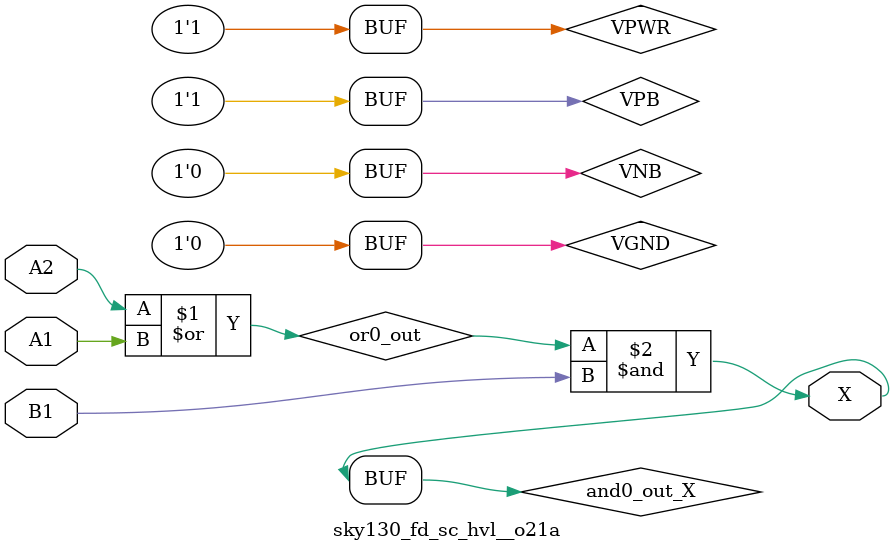
<source format=v>
/*
 * Copyright 2020 The SkyWater PDK Authors
 *
 * Licensed under the Apache License, Version 2.0 (the "License");
 * you may not use this file except in compliance with the License.
 * You may obtain a copy of the License at
 *
 *     https://www.apache.org/licenses/LICENSE-2.0
 *
 * Unless required by applicable law or agreed to in writing, software
 * distributed under the License is distributed on an "AS IS" BASIS,
 * WITHOUT WARRANTIES OR CONDITIONS OF ANY KIND, either express or implied.
 * See the License for the specific language governing permissions and
 * limitations under the License.
 *
 * SPDX-License-Identifier: Apache-2.0
*/


`ifndef SKY130_FD_SC_HVL__O21A_BEHAVIORAL_V
`define SKY130_FD_SC_HVL__O21A_BEHAVIORAL_V

/**
 * o21a: 2-input OR into first input of 2-input AND.
 *
 *       X = ((A1 | A2) & B1)
 *
 * Verilog simulation functional model.
 */

`timescale 1ns / 1ps
`default_nettype none

`celldefine
module sky130_fd_sc_hvl__o21a (
    X ,
    A1,
    A2,
    B1
);

    // Module ports
    output X ;
    input  A1;
    input  A2;
    input  B1;

    // Module supplies
    supply1 VPWR;
    supply0 VGND;
    supply1 VPB ;
    supply0 VNB ;

    // Local signals
    wire or0_out   ;
    wire and0_out_X;

    //  Name  Output      Other arguments
    or  or0  (or0_out   , A2, A1         );
    and and0 (and0_out_X, or0_out, B1    );
    buf buf0 (X         , and0_out_X     );

endmodule
`endcelldefine

`default_nettype wire
`endif  // SKY130_FD_SC_HVL__O21A_BEHAVIORAL_V
</source>
